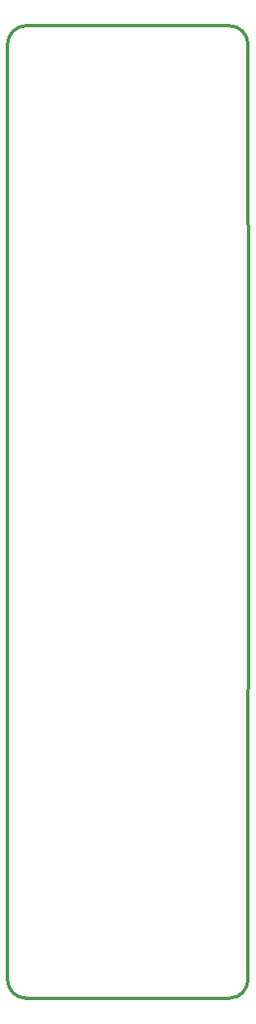
<source format=gko>
G04 Layer: BoardOutlineLayer*
G04 EasyEDA v6.5.22, 2023-03-08 13:41:41*
G04 390c6d156fdc4d62a17363b05527c9d0,9a5be75d700b4a6385dc1106f27949ae,10*
G04 Gerber Generator version 0.2*
G04 Scale: 100 percent, Rotated: No, Reflected: No *
G04 Dimensions in millimeters *
G04 leading zeros omitted , absolute positions ,4 integer and 5 decimal *
%FSLAX45Y45*%
%MOMM*%

%ADD10C,0.3000*%
D10*
X1521597Y-4184390D02*
G01*
X1521597Y-13789472D01*
X1710143Y-3994193D02*
G01*
X3805643Y-3994193D01*
X3994193Y-13789472D02*
G01*
X4000500Y-7874000D01*
X3994193Y-4184390D01*
X1710143Y-13979669D02*
G01*
X3805643Y-13979669D01*
G75*
G01*
X1521445Y-13789322D02*
G03*
X1711945Y-13979822I190500J0D01*
G75*
G01*
X3803838Y-13979825D02*
G03*
X3994338Y-13789325I0J190500D01*
G75*
G01*
X3994348Y-4184543D02*
G03*
X3803848Y-3994043I-190500J0D01*
G75*
G01*
X1711950Y-3994038D02*
G03*
X1521450Y-4184538I0J-190500D01*

%LPD*%
M02*

</source>
